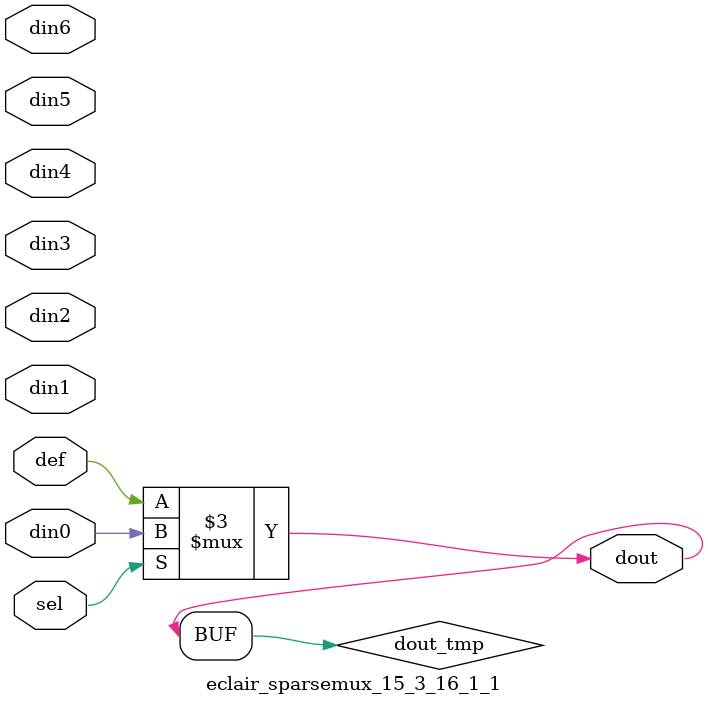
<source format=v>
`timescale 1ns / 1ps

module eclair_sparsemux_15_3_16_1_1 (din0,din1,din2,din3,din4,din5,din6,def,sel,dout);

parameter din0_WIDTH = 1;

parameter din1_WIDTH = 1;

parameter din2_WIDTH = 1;

parameter din3_WIDTH = 1;

parameter din4_WIDTH = 1;

parameter din5_WIDTH = 1;

parameter din6_WIDTH = 1;

parameter def_WIDTH = 1;
parameter sel_WIDTH = 1;
parameter dout_WIDTH = 1;

parameter [sel_WIDTH-1:0] CASE0 = 1;

parameter [sel_WIDTH-1:0] CASE1 = 1;

parameter [sel_WIDTH-1:0] CASE2 = 1;

parameter [sel_WIDTH-1:0] CASE3 = 1;

parameter [sel_WIDTH-1:0] CASE4 = 1;

parameter [sel_WIDTH-1:0] CASE5 = 1;

parameter [sel_WIDTH-1:0] CASE6 = 1;

parameter ID = 1;
parameter NUM_STAGE = 1;



input [din0_WIDTH-1:0] din0;

input [din1_WIDTH-1:0] din1;

input [din2_WIDTH-1:0] din2;

input [din3_WIDTH-1:0] din3;

input [din4_WIDTH-1:0] din4;

input [din5_WIDTH-1:0] din5;

input [din6_WIDTH-1:0] din6;

input [def_WIDTH-1:0] def;
input [sel_WIDTH-1:0] sel;

output [dout_WIDTH-1:0] dout;



reg [dout_WIDTH-1:0] dout_tmp;


always @ (*) begin
(* parallel_case *) case (sel)
    
    CASE0 : dout_tmp = din0;
    
    CASE1 : dout_tmp = din1;
    
    CASE2 : dout_tmp = din2;
    
    CASE3 : dout_tmp = din3;
    
    CASE4 : dout_tmp = din4;
    
    CASE5 : dout_tmp = din5;
    
    CASE6 : dout_tmp = din6;
    
    default : dout_tmp = def;
endcase
end


assign dout = dout_tmp;



endmodule

</source>
